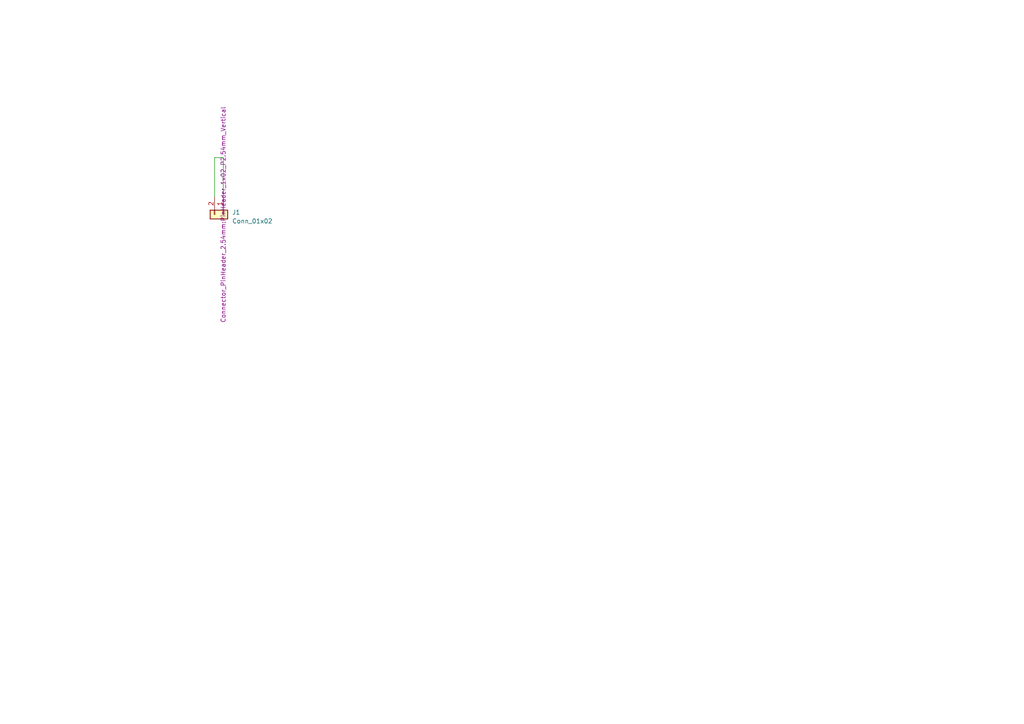
<source format=kicad_sch>
(kicad_sch (version 20230121) (generator eeschema)
  (paper "A4")
  (lib_symbols
    (symbol "Connector_Generic:Conn_01x02" (pin_names (offset 1.016) hide)
      (property "Reference" "J" (at 0 2.54 0))
      (property "Value" "Conn_01x02" (at 0 -5.08 0))
      (symbol "Conn_01x02_1_1"
        (rectangle (start -1.27 -2.413) (end 0 -2.667) (stroke (width 0.1524)))
        (rectangle (start -1.27 0.127) (end 0 -0.127) (stroke (width 0.1524)))
        (rectangle (start -1.27 1.27) (end 1.27 -3.81) (stroke (width 0.254)) (fill (type background)))
        (pin passive line (at -5.08 0 0) (length 3.81) (name "Pin_1") (number "1"))
        (pin passive line (at -5.08 -2.54 0) (length 3.81) (name "Pin_2") (number "2"))
      )
    )
  )
  (wire (pts (xy 62.23 57.15) (xy 62.23 45.72)))
  (wire (pts (xy 64.77 45.72) (xy 64.77 57.15)))
  (wire (pts (xy 62.23 45.72) (xy 64.77 45.72)))
  (symbol (lib_id "Connector_Generic:Conn_01x02") (at 64.77 62.23 270) (unit 1)
    (property "Reference" "J1" (at 67.31 61.595 90) (effects (justify left)))
    (property "Value" "Conn_01x02" (at 67.31 64.135 90) (effects (justify left)))
    (property "Footprint" "Connector_PinHeader_2.54mm:PinHeader_1x02_P2.54mm_Vertical" (at 64.77 62.23 0))
  )
)
</source>
